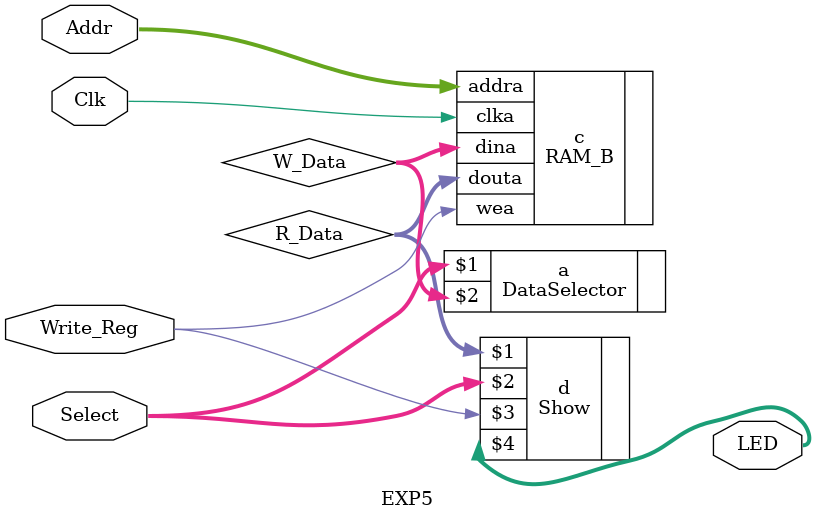
<source format=v>
module EXP5(Addr, Write_Reg, Select, Clk, LED);
    input Write_Reg, Clk;
    input [1:0] Select;
    input [5:0] Addr;
    output [7:0] LED;

    wire [31:0] W_Data, R_Data;
    // wire [5:0] R_Addr, W_Addr;

    DataSelector a(Select, W_Data);
    // AddressCreator b(Addr, R_Addr, W_Addr);
    RAM_B c (
        .clka(Clk),
        .wea(Write_Reg),
        .addra(Addr[5:0]),
        .dina(W_Data),
        .douta(R_Data)
	);
    Show d(R_Data, Select, Write_Reg, LED);
endmodule

</source>
